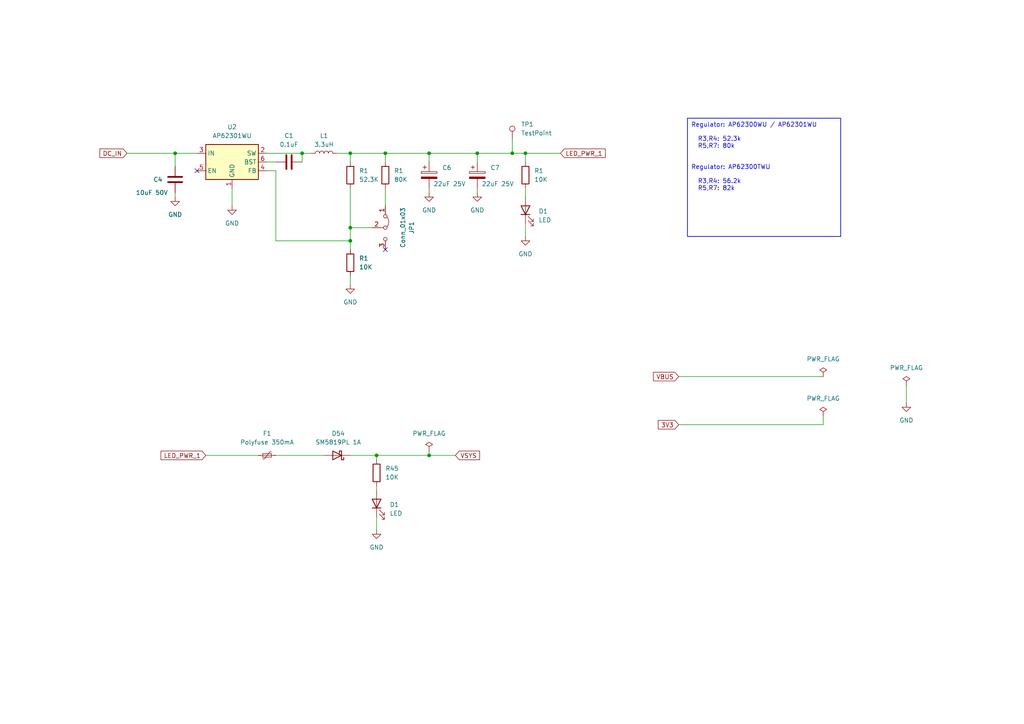
<source format=kicad_sch>
(kicad_sch (version 20230121) (generator eeschema)
  (paper "A4")
  (title_block (title "BrickPico - Open Source LED Controller") (date "2023-12-07") (rev "1.0") (company "Timo Kokkonen <tjko@iki.fi>") (comment 2 "BrickPico-8"))
  (lib_symbols
    (symbol "Connector:TestPoint" (pin_numbers hide) (pin_names (offset 0.762) hide)
      (property "Reference" "TP" (at 0 6.858 0))
      (property "Value" "TestPoint" (at 0 5.08 0))
      (symbol "TestPoint_0_1"
        (circle (center 0 3.302) (radius 0.762))
      )
      (symbol "TestPoint_1_1"
        (pin passive line (at 0 0 90) (length 2.54) (name "1") (number "1"))
      )
    )
    (symbol "Device:C" (pin_numbers hide) (pin_names (offset 0.254))
      (property "Reference" "C" (at 0.635 2.54 0))
      (property "Value" "C" (at 0.635 -2.54 0))
      (symbol "C_0_1"
        (polyline (pts (xy -2.032 -0.762) (xy 2.032 -0.762)) (stroke (width 0.508)))
        (polyline (pts (xy -2.032 0.762) (xy 2.032 0.762)) (stroke (width 0.508)))
      )
      (symbol "C_1_1"
        (pin passive line (at 0 3.81 270) (length 2.794) (name "~") (number "1"))
        (pin passive line (at 0 -3.81 90) (length 2.794) (name "~") (number "2"))
      )
    )
    (symbol "Device:C_Polarized" (pin_numbers hide) (pin_names (offset 0.254))
      (property "Reference" "C" (at 0.635 2.54 0))
      (property "Value" "C_Polarized" (at 0.635 -2.54 0))
      (symbol "C_Polarized_0_1"
        (rectangle (start -2.286 0.508) (end 2.286 1.016))
        (polyline (pts (xy -1.778 2.286) (xy -0.762 2.286)))
        (polyline (pts (xy -1.27 2.794) (xy -1.27 1.778)))
        (rectangle (start 2.286 -0.508) (end -2.286 -1.016) (fill (type outline)))
      )
      (symbol "C_Polarized_1_1"
        (pin passive line (at 0 3.81 270) (length 2.794) (name "~") (number "1"))
        (pin passive line (at 0 -3.81 90) (length 2.794) (name "~") (number "2"))
      )
    )
    (symbol "Device:D_Schottky" (pin_numbers hide) (pin_names (offset 1.016) hide)
      (property "Reference" "D" (at 0 2.54 0))
      (property "Value" "D_Schottky" (at 0 -2.54 0))
      (symbol "D_Schottky_0_1"
        (polyline (pts (xy 1.27 0) (xy -1.27 0)))
        (polyline (pts (xy 1.27 1.27) (xy 1.27 -1.27) (xy -1.27 0) (xy 1.27 1.27)) (stroke (width 0.254)))
        (polyline (pts (xy -1.905 0.635) (xy -1.905 1.27) (xy -1.27 1.27) (xy -1.27 -1.27) (xy -0.635 -1.27) (xy -0.635 -0.635)) (stroke (width 0.254)))
      )
      (symbol "D_Schottky_1_1"
        (pin passive line (at -3.81 0 0) (length 2.54) (name "K") (number "1"))
        (pin passive line (at 3.81 0 180) (length 2.54) (name "A") (number "2"))
      )
    )
    (symbol "Device:L" (pin_numbers hide) (pin_names (offset 1.016) hide)
      (property "Reference" "L" (at -1.27 0 90))
      (property "Value" "L" (at 1.905 0 90))
      (symbol "L_0_1"
        (arc (start 0 -2.54) (mid 0.6323 -1.905) (end 0 -1.27))
        (arc (start 0 -1.27) (mid 0.6323 -0.635) (end 0 0))
        (arc (start 0 0) (mid 0.6323 0.635) (end 0 1.27))
        (arc (start 0 1.27) (mid 0.6323 1.905) (end 0 2.54))
      )
      (symbol "L_1_1"
        (pin passive line (at 0 3.81 270) (length 1.27) (name "1") (number "1"))
        (pin passive line (at 0 -3.81 90) (length 1.27) (name "2") (number "2"))
      )
    )
    (symbol "Device:LED" (pin_numbers hide) (pin_names (offset 1.016) hide)
      (property "Reference" "D" (at 0 2.54 0))
      (property "Value" "LED" (at 0 -2.54 0))
      (symbol "LED_0_1"
        (polyline (pts (xy -1.27 -1.27) (xy -1.27 1.27)) (stroke (width 0.254)))
        (polyline (pts (xy -1.27 0) (xy 1.27 0)))
        (polyline (pts (xy 1.27 -1.27) (xy 1.27 1.27) (xy -1.27 0) (xy 1.27 -1.27)) (stroke (width 0.254)))
        (polyline (pts (xy -3.048 -0.762) (xy -4.572 -2.286) (xy -3.81 -2.286) (xy -4.572 -2.286) (xy -4.572 -1.524)))
        (polyline (pts (xy -1.778 -0.762) (xy -3.302 -2.286) (xy -2.54 -2.286) (xy -3.302 -2.286) (xy -3.302 -1.524)))
      )
      (symbol "LED_1_1"
        (pin passive line (at -3.81 0 0) (length 2.54) (name "K") (number "1"))
        (pin passive line (at 3.81 0 180) (length 2.54) (name "A") (number "2"))
      )
    )
    (symbol "Device:Polyfuse_Small" (pin_numbers hide) (pin_names (offset 0))
      (property "Reference" "F" (at -1.905 0 90))
      (property "Value" "Polyfuse_Small" (at 1.905 0 90))
      (symbol "Polyfuse_Small_0_1"
        (rectangle (start -0.508 1.27) (end 0.508 -1.27))
        (polyline (pts (xy 0 2.54) (xy 0 -2.54)))
        (polyline (pts (xy -1.016 1.27) (xy -1.016 0.762) (xy 1.016 -0.762) (xy 1.016 -1.27)))
      )
      (symbol "Polyfuse_Small_1_1"
        (pin passive line (at 0 2.54 270) (length 0.635) (name "~") (number "1"))
        (pin passive line (at 0 -2.54 90) (length 0.635) (name "~") (number "2"))
      )
    )
    (symbol "Device:R" (pin_numbers hide) (pin_names (offset 0))
      (property "Reference" "R" (at 2.032 0 90))
      (property "Value" "R" (at 0 0 90))
      (symbol "R_0_1"
        (rectangle (start -1.016 -2.54) (end 1.016 2.54) (stroke (width 0.254)))
      )
      (symbol "R_1_1"
        (pin passive line (at 0 3.81 270) (length 1.27) (name "~") (number "1"))
        (pin passive line (at 0 -3.81 90) (length 1.27) (name "~") (number "2"))
      )
    )
    (symbol "Jumper:Jumper_3_Bridged12" (pin_names (offset 0) hide)
      (property "Reference" "JP" (at -2.54 -2.54 0))
      (property "Value" "Jumper_3_Bridged12" (at 0 2.794 0))
      (symbol "Jumper_3_Bridged12_0_0"
        (circle (center -3.302 0) (radius 0.508))
        (circle (center 0 0) (radius 0.508))
        (circle (center 3.302 0) (radius 0.508))
      )
      (symbol "Jumper_3_Bridged12_0_1"
        (arc (start -0.254 0.508) (mid -1.651 0.9912) (end -3.048 0.508))
        (polyline (pts (xy 0 -1.27) (xy 0 -0.508)))
      )
      (symbol "Jumper_3_Bridged12_1_1"
        (pin passive line (at -6.35 0 0) (length 2.54) (name "A") (number "1"))
        (pin passive line (at 0 -3.81 90) (length 2.54) (name "C") (number "2"))
        (pin passive line (at 6.35 0 180) (length 2.54) (name "B") (number "3"))
      )
    )
    (symbol "Regulator_Switching:AP62300TWU"
      (property "Reference" "U" (at -7.62 6.35 0))
      (property "Value" "AP62300TWU" (at 2.54 6.35 0))
      (symbol "AP62300TWU_0_1"
        (rectangle (start -7.62 5.08) (end 7.62 -5.08) (stroke (width 0.254)) (fill (type background)))
      )
      (symbol "AP62300TWU_1_1"
        (pin power_in line (at 0 -7.62 90) (length 2.54) (name "GND") (number "1"))
        (pin output line (at 10.16 2.54 180) (length 2.54) (name "SW") (number "2"))
        (pin power_in line (at -10.16 2.54 0) (length 2.54) (name "IN") (number "3"))
        (pin input line (at 10.16 -2.54 180) (length 2.54) (name "FB") (number "4"))
        (pin input line (at -10.16 -2.54 0) (length 2.54) (name "EN") (number "5"))
        (pin passive line (at 10.16 0 180) (length 2.54) (name "BST") (number "6"))
      )
    )
    (symbol "power:GND" (power) (pin_names (offset 0))
      (property "Value" "GND" (at 0 -3.81 0))
      (symbol "GND_0_1"
        (polyline (pts (xy 0 0) (xy 0 -1.27) (xy 1.27 -1.27) (xy 0 -2.54) (xy -1.27 -1.27) (xy 0 -1.27)))
      )
      (symbol "GND_1_1"
        (pin power_in line (at 0 0 270) (length 0) hide (name "GND") (number "1"))
      )
    )
    (symbol "power:PWR_FLAG" (power) (pin_numbers hide) (pin_names (offset 0) hide)
      (property "Value" "PWR_FLAG" (at 0 3.81 0))
      (symbol "PWR_FLAG_0_0"
        (pin power_out line (at 0 0 90) (length 0) (name "pwr") (number "1"))
      )
      (symbol "PWR_FLAG_0_1"
        (polyline (pts (xy 0 0) (xy 0 1.27) (xy -1.016 1.905) (xy 0 2.54) (xy 1.016 1.905) (xy 0 1.27)))
      )
    )
  )
  (junction (at 87.63 44.45))
  (junction (at 111.76 44.45))
  (junction (at 101.6 44.45))
  (junction (at 50.8 44.45))
  (junction (at 138.43 44.45))
  (junction (at 148.59 44.45))
  (junction (at 152.4 44.45))
  (junction (at 124.46 44.45))
  (junction (at 109.22 132.08))
  (junction (at 101.6 66.04))
  (junction (at 101.6 69.85))
  (junction (at 124.46 132.08))
  (no_connect (at 57.15 49.53))
  (no_connect (at 111.76 72.39))
  (wire (pts (xy 50.8 44.45) (xy 50.8 48.26)))
  (wire (pts (xy 238.76 120.65) (xy 238.76 123.19)))
  (wire (pts (xy 124.46 46.99) (xy 124.46 44.45)))
  (wire (pts (xy 124.46 132.08) (xy 109.22 132.08)))
  (wire (pts (xy 152.4 44.45) (xy 152.4 46.99)))
  (wire (pts (xy 109.22 149.86) (xy 109.22 153.67)))
  (wire (pts (xy 152.4 44.45) (xy 162.56 44.45)))
  (wire (pts (xy 262.89 111.76) (xy 262.89 116.84)))
  (wire (pts (xy 109.22 133.35) (xy 109.22 132.08)))
  (wire (pts (xy 124.46 130.81) (xy 124.46 132.08)))
  (wire (pts (xy 101.6 44.45) (xy 101.6 46.99)))
  (wire (pts (xy 101.6 69.85) (xy 101.6 72.39)))
  (wire (pts (xy 152.4 64.77) (xy 152.4 68.58)))
  (wire (pts (xy 67.31 54.61) (xy 67.31 59.69)))
  (wire (pts (xy 111.76 44.45) (xy 111.76 46.99)))
  (wire (pts (xy 36.83 44.45) (xy 50.8 44.45)))
  (wire (pts (xy 97.79 44.45) (xy 101.6 44.45)))
  (wire (pts (xy 138.43 46.99) (xy 138.43 44.45)))
  (wire (pts (xy 124.46 132.08) (xy 132.08 132.08)))
  (wire (pts (xy 50.8 44.45) (xy 57.15 44.45)))
  (wire (pts (xy 77.47 46.99) (xy 80.01 46.99)))
  (wire (pts (xy 196.85 109.22) (xy 238.76 109.22)))
  (wire (pts (xy 59.69 132.08) (xy 74.93 132.08)))
  (wire (pts (xy 77.47 44.45) (xy 87.63 44.45)))
  (wire (pts (xy 124.46 44.45) (xy 138.43 44.45)))
  (wire (pts (xy 101.6 66.04) (xy 101.6 69.85)))
  (wire (pts (xy 109.22 140.97) (xy 109.22 142.24)))
  (wire (pts (xy 80.01 132.08) (xy 93.98 132.08)))
  (wire (pts (xy 111.76 54.61) (xy 111.76 59.69)))
  (wire (pts (xy 101.6 132.08) (xy 109.22 132.08)))
  (wire (pts (xy 87.63 44.45) (xy 87.63 46.99)))
  (wire (pts (xy 148.59 44.45) (xy 152.4 44.45)))
  (wire (pts (xy 50.8 55.88) (xy 50.8 57.15)))
  (wire (pts (xy 77.47 49.53) (xy 80.01 49.53)))
  (wire (pts (xy 101.6 44.45) (xy 111.76 44.45)))
  (wire (pts (xy 80.01 69.85) (xy 101.6 69.85)))
  (wire (pts (xy 152.4 54.61) (xy 152.4 57.15)))
  (wire (pts (xy 148.59 40.64) (xy 148.59 44.45)))
  (wire (pts (xy 138.43 44.45) (xy 148.59 44.45)))
  (wire (pts (xy 238.76 123.19) (xy 196.85 123.19)))
  (wire (pts (xy 80.01 49.53) (xy 80.01 69.85)))
  (wire (pts (xy 101.6 82.55) (xy 101.6 80.01)))
  (wire (pts (xy 124.46 55.88) (xy 124.46 54.61)))
  (wire (pts (xy 107.95 66.04) (xy 101.6 66.04)))
  (wire (pts (xy 87.63 44.45) (xy 90.17 44.45)))
  (wire (pts (xy 111.76 44.45) (xy 124.46 44.45)))
  (wire (pts (xy 138.43 55.88) (xy 138.43 54.61)))
  (wire (pts (xy 101.6 54.61) (xy 101.6 66.04)))
  (text_box "Regulator: AP62300WU / AP62301WU\n\n  R3,R4: 52.3k\n  R5,R7: 80k\n  \n\nRegulator: AP62300TWU\n\n  R3,R4: 56.2k\n  R5,R7: 82k\n" (at 199.39 34.29 0) (size 44.45 34.29) (stroke (width 0.2)) (effects (font (size 1.27 1.27)) (justify left top)))
  (text "${SHEETNAME}" (at 34.29 22.86 0) (effects (font (size 3 3)) (justify left bottom)))
  (global_label "VSYS" (shape input) (at 132.08 132.08 0) (property "Intersheetrefs" "${INTERSHEET_REFS}" (effects hide)))
  (global_label "VBUS" (shape input) (at 196.85 109.22 180) (property "Intersheetrefs" "${INTERSHEET_REFS}" (effects hide)))
  (global_label "LED_PWR_1" (shape input) (at 162.56 44.45 0) (property "Intersheetrefs" "${INTERSHEET_REFS}" (effects hide)))
  (global_label "LED_PWR_1" (shape input) (at 59.69 132.08 180) (property "Intersheetrefs" "${INTERSHEET_REFS}" (effects hide)))
  (global_label "DC_IN" (shape input) (at 36.83 44.45 180) (property "Intersheetrefs" "${INTERSHEET_REFS}" (effects hide)))
  (global_label "3V3" (shape input) (at 196.85 123.19 180) (property "Intersheetrefs" "${INTERSHEET_REFS}" (effects hide)))
  (symbol (lib_id "power:GND") (at 262.89 116.84 0) (unit 1)
    (property "Reference" "#PWR016" (effects hide))
    (property "Value" "GND" (at 262.89 121.92 0))
    (instances (project "brickpico" (path "" (reference "#PWR016") (unit 1)) (path "" (reference "#PWR033") (unit 1))))
  )
  (symbol (lib_id "Device:R") (at 152.4 50.8 0) (unit 1)
    (property "Reference" "R1" (at 154.94 49.53 0) (effects (justify left)))
    (property "Value" "10K" (at 154.94 52.07 0) (effects (justify left)))
    (property "Footprint" "Resistor_SMD:R_0603_1608Metric_Pad0.98x0.95mm_HandSolder" (effects hide))
    (property "LCSC Part Number" "C98220" (effects hide))
    (instances (project "brickpico" (path "" (reference "R1") (unit 1)) (path "" (reference "R2") (unit 1)) (path "" (reference "R4") (unit 1)) (path "" (reference "R6") (unit 1)) (path "" (reference "R8") (unit 1)) (path "" (reference "R10") (unit 1)) (path "" (reference "R12") (unit 1)) (path "" (reference "R14") (unit 1)) (path "" (reference "R16") (unit 1)) (path "" (reference "R7") (unit 1))))
  )
  (symbol (lib_id "Device:LED") (at 109.22 146.05 90) (unit 1)
    (property "Reference" "D1" (at 113.03 146.3675 90) (effects (justify right)))
    (property "Value" "LED" (at 113.03 148.9075 90) (effects (justify right)))
    (property "Footprint" "LED_SMD:LED_0805_2012Metric_Pad1.15x1.40mm_HandSolder" (effects hide))
    (property "LCSC Part Number" "C434432" (effects hide))
    (property "Mouser Part Number" "710-150080GS75000" (effects hide))
    (instances (project "brickpico" (path "" (reference "D1") (unit 1)) (path "" (reference "D3") (unit 1)) (path "" (reference "D5") (unit 1)) (path "" (reference "D7") (unit 1)) (path "" (reference "D9") (unit 1)) (path "" (reference "D11") (unit 1)) (path "" (reference "D13") (unit 1)) (path "" (reference "D15") (unit 1)) (path "" (reference "D21") (unit 1)) (path "" (reference "D55") (unit 1))))
  )
  (symbol (lib_id "Device:R") (at 101.6 76.2 180) (unit 1)
    (property "Reference" "R1" (at 104.14 74.93 0) (effects (justify right)))
    (property "Value" "10K" (at 104.14 77.47 0) (effects (justify right)))
    (property "Footprint" "Resistor_SMD:R_0603_1608Metric_Pad0.98x0.95mm_HandSolder" (effects hide))
    (property "LCSC Part Number" "C98220" (effects hide))
    (instances (project "brickpico" (path "" (reference "R1") (unit 1)) (path "" (reference "R2") (unit 1)) (path "" (reference "R4") (unit 1)) (path "" (reference "R6") (unit 1)) (path "" (reference "R8") (unit 1)) (path "" (reference "R10") (unit 1)) (path "" (reference "R12") (unit 1)) (path "" (reference "R14") (unit 1)) (path "" (reference "R16") (unit 1)) (path "" (reference "R4") (unit 1))))
  )
  (symbol (lib_id "Device:R") (at 109.22 137.16 0) (unit 1)
    (property "Reference" "R45" (at 111.76 135.89 0) (effects (justify left)))
    (property "Value" "10K" (at 111.76 138.43 0) (effects (justify left)))
    (property "Footprint" "Resistor_SMD:R_0603_1608Metric_Pad0.98x0.95mm_HandSolder" (effects hide))
    (property "LCSC Part Number" "C98220" (effects hide))
    (instances (project "brickpico" (path "" (reference "R45") (unit 1)) (path "" (reference "R2") (unit 1)) (path "" (reference "R4") (unit 1)) (path "" (reference "R6") (unit 1)) (path "" (reference "R8") (unit 1)) (path "" (reference "R10") (unit 1)) (path "" (reference "R12") (unit 1)) (path "" (reference "R14") (unit 1)) (path "" (reference "R16") (unit 1)) (path "" (reference "R5") (unit 1))))
  )
  (symbol (lib_id "power:GND") (at 101.6 82.55 0) (unit 1)
    (property "Reference" "#PWR011" (effects hide))
    (property "Value" "GND" (at 101.6 87.63 0))
  )
  (symbol (lib_id "Device:Polyfuse_Small") (at 77.47 132.08 90) (unit 1)
    (property "Reference" "F1" (at 77.47 125.73 90))
    (property "Value" "Polyfuse 350mA" (at 77.47 128.27 90))
    (property "Footprint" "Fuse:Fuse_1206_3216Metric_Pad1.42x1.75mm_HandSolder" (effects hide))
    (property "LCSC Part Number" "C70072" (effects hide))
    (instances (project "brickpico" (path "" (reference "F1") (unit 1)) (path "" (reference "F2") (unit 1)) (path "" (reference "F3") (unit 1)) (path "" (reference "F4") (unit 1)) (path "" (reference "F5") (unit 1)) (path "" (reference "F6") (unit 1)) (path "" (reference "F7") (unit 1)) (path "" (reference "F8") (unit 1)) (path "" (reference "F2") (unit 1)) (path "" (reference "F17") (unit 1))))
  )
  (symbol (lib_id "Connector:TestPoint") (at 148.59 40.64 0) (unit 1)
    (property "Reference" "TP1" (at 151.13 36.068 0) (effects (justify left)))
    (property "Value" "TestPoint" (at 151.13 38.608 0) (effects (justify left)))
    (property "Footprint" "TestPoint:TestPoint_Pad_D1.5mm" (effects hide))
    (property "LCSC Part Number" "N/A" (effects hide))
    (property "Mouser Part Number" "N/A" (effects hide))
  )
  (symbol (lib_id "Device:C_Polarized") (at 138.43 50.8 0) (unit 1)
    (property "Reference" "C7" (at 142.24 48.641 0) (effects (justify left)))
    (property "Value" "22uF 25V" (at 139.7 53.34 0) (effects (justify left)))
    (property "Footprint" "Capacitor_Tantalum_SMD:CP_EIA-3528-21_Kemet-B_Pad1.50x2.35mm_HandSolder" (effects hide))
    (property "LCSC Part Number" "C12891" (effects hide))
  )
  (symbol (lib_id "Device:C") (at 83.82 46.99 90) (unit 1)
    (property "Reference" "C1" (at 83.82 39.37 90))
    (property "Value" "0.1uF" (at 83.82 41.91 90))
    (property "Footprint" "Capacitor_SMD:C_0603_1608Metric_Pad1.08x0.95mm_HandSolder" (effects hide))
    (property "LCSC Part Number" "C1591" (effects hide))
    (property "Mouser Part Number" "80-C0603C104Z3VAC" (effects hide))
    (instances (project "brickpico" (path "" (reference "C1") (unit 1)) (path "" (reference "C5") (unit 1))))
  )
  (symbol (lib_id "power:GND") (at 67.31 59.69 0) (unit 1)
    (property "Reference" "#PWR010" (effects hide))
    (property "Value" "GND" (at 67.31 64.77 0))
  )
  (symbol (lib_id "power:PWR_FLAG") (at 238.76 120.65 0) (unit 1)
    (property "Reference" "#FLG04" (effects hide))
    (property "Value" "PWR_FLAG" (at 238.76 115.57 0))
  )
  (symbol (lib_id "Device:L") (at 93.98 44.45 90) (unit 1)
    (property "Reference" "L1" (at 93.98 39.37 90))
    (property "Value" "3.3uH" (at 93.98 41.91 90))
    (property "Footprint" "FanPico:L_7.3x7.3_H3.5_HandSolder" (effects hide))
    (property "LCSC Part Number" "C5189747" (effects hide))
  )
  (symbol (lib_id "power:GND") (at 109.22 153.67 0) (unit 1)
    (property "Reference" "#PWR012" (effects hide))
    (property "Value" "GND" (at 109.22 158.75 0))
    (instances (project "brickpico" (path "" (reference "#PWR012") (unit 1)) (path "" (reference "#PWR033") (unit 1))))
  )
  (symbol (lib_id "Device:R") (at 111.76 50.8 180) (unit 1)
    (property "Reference" "R1" (at 114.3 49.53 0) (effects (justify right)))
    (property "Value" "80K" (at 114.3 52.07 0) (effects (justify right)))
    (property "Footprint" "Resistor_SMD:R_0603_1608Metric_Pad0.98x0.95mm_HandSolder" (effects hide))
    (property "LCSC Part Number" "C3014409" (effects hide))
    (instances (project "brickpico" (path "" (reference "R1") (unit 1)) (path "" (reference "R2") (unit 1)) (path "" (reference "R4") (unit 1)) (path "" (reference "R6") (unit 1)) (path "" (reference "R8") (unit 1)) (path "" (reference "R10") (unit 1)) (path "" (reference "R12") (unit 1)) (path "" (reference "R14") (unit 1)) (path "" (reference "R16") (unit 1)) (path "" (reference "R6") (unit 1))))
  )
  (symbol (lib_id "power:GND") (at 50.8 57.15 0) (unit 1)
    (property "Reference" "#PWR09" (effects hide))
    (property "Value" "GND" (at 50.8 62.23 0))
  )
  (symbol (lib_id "Device:R") (at 101.6 50.8 180) (unit 1)
    (property "Reference" "R1" (at 104.14 49.53 0) (effects (justify right)))
    (property "Value" "52.3K" (at 104.14 52.07 0) (effects (justify right)))
    (property "Footprint" "Resistor_SMD:R_0603_1608Metric_Pad0.98x0.95mm_HandSolder" (effects hide))
    (property "LCSC Part Number" "C185323" (effects hide))
    (instances (project "brickpico" (path "" (reference "R1") (unit 1)) (path "" (reference "R2") (unit 1)) (path "" (reference "R4") (unit 1)) (path "" (reference "R6") (unit 1)) (path "" (reference "R8") (unit 1)) (path "" (reference "R10") (unit 1)) (path "" (reference "R12") (unit 1)) (path "" (reference "R14") (unit 1)) (path "" (reference "R16") (unit 1)) (path "" (reference "R3") (unit 1))))
  )
  (symbol (lib_id "Device:C_Polarized") (at 124.46 50.8 0) (unit 1)
    (property "Reference" "C6" (at 128.27 48.641 0) (effects (justify left)))
    (property "Value" "22uF 25V" (at 125.73 53.34 0) (effects (justify left)))
    (property "Footprint" "Capacitor_Tantalum_SMD:CP_EIA-3528-21_Kemet-B_Pad1.50x2.35mm_HandSolder" (effects hide))
    (property "LCSC Part Number" "C12891" (effects hide))
  )
  (symbol (lib_id "Regulator_Switching:AP62300TWU") (at 67.31 46.99 0) (unit 1)
    (property "Reference" "U2" (at 67.31 36.83 0))
    (property "Value" "AP62301WU" (at 67.31 39.37 0))
    (property "Footprint" "FanPico:TSOT-26" (effects hide))
    (property "Datasheet" "https://www.diodes.com/assets/Datasheets/AP62300_AP62301_AP62300T.pdf" (effects hide))
    (property "LCSC Part Number" "C3194340" (effects hide))
    (property "Mouser Part Number" "621-AP62301WU-7" (effects hide))
  )
  (symbol (lib_id "power:GND") (at 124.46 55.88 0) (unit 1)
    (property "Reference" "#PWR013" (effects hide))
    (property "Value" "GND" (at 124.46 60.96 0))
  )
  (symbol (lib_id "power:GND") (at 152.4 68.58 0) (unit 1)
    (property "Reference" "#PWR015" (effects hide))
    (property "Value" "GND" (at 152.4 73.66 0))
  )
  (symbol (lib_id "Device:LED") (at 152.4 60.96 90) (unit 1)
    (property "Reference" "D1" (at 156.21 61.2775 90) (effects (justify right)))
    (property "Value" "LED" (at 156.21 63.8175 90) (effects (justify right)))
    (property "Footprint" "LED_SMD:LED_0805_2012Metric_Pad1.15x1.40mm_HandSolder" (effects hide))
    (property "LCSC Part Number" "C434432" (effects hide))
    (property "Mouser Part Number" "710-150080GS75000" (effects hide))
    (instances (project "brickpico" (path "" (reference "D1") (unit 1)) (path "" (reference "D3") (unit 1)) (path "" (reference "D5") (unit 1)) (path "" (reference "D7") (unit 1)) (path "" (reference "D9") (unit 1)) (path "" (reference "D11") (unit 1)) (path "" (reference "D13") (unit 1)) (path "" (reference "D15") (unit 1)) (path "" (reference "D22") (unit 1))))
  )
  (symbol (lib_id "power:GND") (at 138.43 55.88 0) (unit 1)
    (property "Reference" "#PWR014" (effects hide))
    (property "Value" "GND" (at 138.43 60.96 0))
  )
  (symbol (lib_id "power:PWR_FLAG") (at 124.46 130.81 0) (unit 1)
    (property "Reference" "#FLG04" (effects hide))
    (property "Value" "PWR_FLAG" (at 124.46 125.73 0))
    (instances (project "brickpico" (path "" (reference "#FLG04") (unit 1)) (path "" (reference "#FLG02") (unit 1))))
  )
  (symbol (lib_id "Jumper:Jumper_3_Bridged12") (at 111.76 66.04 270) (unit 1)
    (property "Reference" "JP1" (at 119.38 66.04 0))
    (property "Value" "Conn_01x03" (at 116.84 66.04 0))
    (property "Footprint" "Connector_PinHeader_2.54mm:PinHeader_1x03_P2.54mm_Vertical" (effects hide))
    (property "LCSC Part Number" "C124376" (effects hide))
  )
  (symbol (lib_id "power:PWR_FLAG") (at 262.89 111.76 0) (unit 1)
    (property "Reference" "#FLG05" (effects hide))
    (property "Value" "PWR_FLAG" (at 262.89 106.68 0))
    (instances (project "brickpico" (path "" (reference "#FLG05") (unit 1)) (path "" (reference "#FLG01") (unit 1))))
  )
  (symbol (lib_id "power:PWR_FLAG") (at 238.76 109.22 0) (unit 1)
    (property "Reference" "#FLG03" (effects hide))
    (property "Value" "PWR_FLAG" (at 238.76 104.14 0))
  )
  (symbol (lib_id "Device:D_Schottky") (at 97.79 132.08 180) (unit 1)
    (property "Reference" "D54" (at 98.1075 125.73 0))
    (property "Value" "SM5819PL 1A" (at 98.1075 128.27 0))
    (property "Footprint" "Diode_SMD:D_SMA_Handsoldering" (effects hide))
    (property "LCSC Part Number" "C669023" (effects hide))
    (property "Mouser Part Number" "833-SM5819PL-TP" (effects hide))
    (instances (project "brickpico" (path "" (reference "D54") (unit 1)) (path "" (reference "D20") (unit 1))))
  )
  (symbol (lib_id "Device:C") (at 50.8 52.07 180) (unit 1)
    (property "Reference" "C4" (at 44.45 52.07 0) (effects (justify right)))
    (property "Value" "10uF 50V" (at 39.37 55.88 0) (effects (justify right)))
    (property "Footprint" "Capacitor_SMD:C_1206_3216Metric_Pad1.33x1.80mm_HandSolder" (effects hide))
    (property "LCSC Part Number" "C89632" (effects hide))
  )
)
</source>
